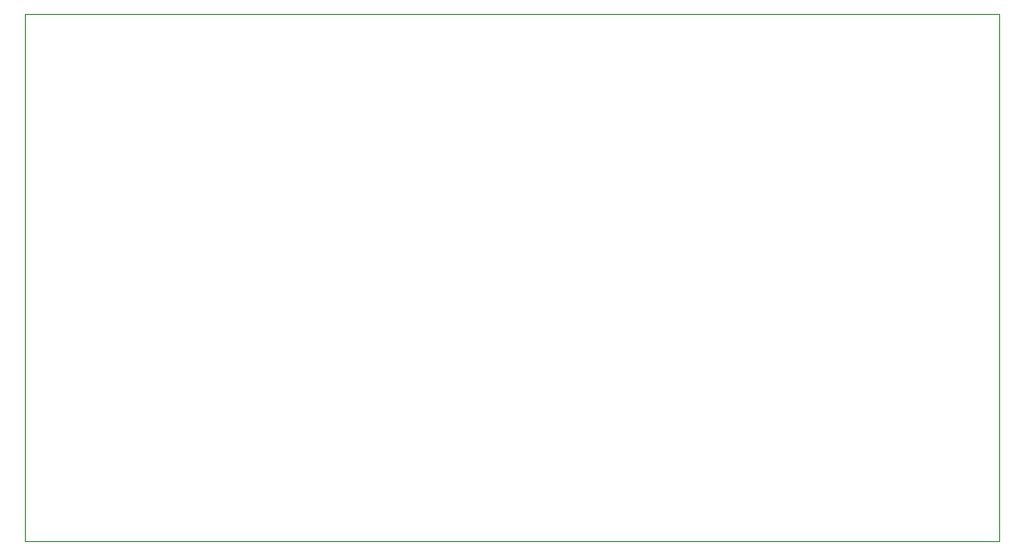
<source format=gbr>
G04 #@! TF.GenerationSoftware,KiCad,Pcbnew,(5.1.2)-1*
G04 #@! TF.CreationDate,2019-05-13T18:55:33+02:00*
G04 #@! TF.ProjectId,Dispositivo_Resp,44697370-6f73-4697-9469-766f5f526573,rev?*
G04 #@! TF.SameCoordinates,Original*
G04 #@! TF.FileFunction,Profile,NP*
%FSLAX46Y46*%
G04 Gerber Fmt 4.6, Leading zero omitted, Abs format (unit mm)*
G04 Created by KiCad (PCBNEW (5.1.2)-1) date 2019-05-13 18:55:33*
%MOMM*%
%LPD*%
G04 APERTURE LIST*
%ADD10C,0.050000*%
G04 APERTURE END LIST*
D10*
X200000000Y-81000000D02*
X117000000Y-81000000D01*
X200000000Y-126000000D02*
X200000000Y-81000000D01*
X117000000Y-126000000D02*
X200000000Y-126000000D01*
X117000000Y-81000000D02*
X117000000Y-126000000D01*
M02*

</source>
